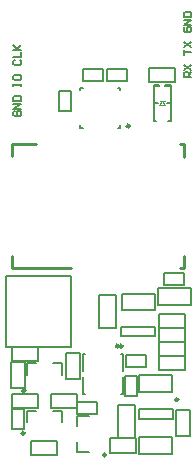
<source format=gto>
G04*
G04 #@! TF.GenerationSoftware,Altium Limited,Altium Designer,21.0.8 (223)*
G04*
G04 Layer_Color=65535*
%FSLAX24Y24*%
%MOIN*%
G70*
G04*
G04 #@! TF.SameCoordinates,0C60853F-5807-4D95-8285-97C70BD38C20*
G04*
G04*
G04 #@! TF.FilePolarity,Positive*
G04*
G01*
G75*
%ADD10C,0.0098*%
%ADD11C,0.0079*%
%ADD12C,0.0059*%
%ADD13C,0.0039*%
%ADD14C,0.0080*%
%ADD15C,0.0100*%
%ADD16C,0.0050*%
D10*
X-2510Y4882D02*
G03*
X-2510Y4882I-49J0D01*
G01*
X187Y2736D02*
G03*
X187Y2736I-49J0D01*
G01*
X974Y13701D02*
G03*
X974Y13701I-49J0D01*
G01*
X-2530Y3465D02*
G03*
X-2530Y3465I-49J0D01*
G01*
X610Y6368D02*
G03*
X610Y6368I-49J0D01*
G01*
X2598Y4577D02*
G03*
X2598Y4577I-49J0D01*
G01*
X738Y6358D02*
G03*
X738Y6358I-49J0D01*
G01*
D11*
X-1594Y5787D02*
X-1280D01*
Y5394D02*
Y5787D01*
X-2461D02*
X-2146D01*
X-2461Y5394D02*
Y5787D01*
X-768Y3701D02*
Y4016D01*
X-374D01*
X-768Y2835D02*
Y3150D01*
Y2835D02*
X-374D01*
X669Y13642D02*
Y13720D01*
X591Y13642D02*
X669D01*
X-669D02*
X-591D01*
X-669D02*
Y13720D01*
Y14902D02*
Y14980D01*
X-591D01*
X669Y14902D02*
Y14980D01*
X591D02*
X669D01*
X-2953Y4291D02*
X-2087D01*
X-2953D02*
Y4764D01*
X-2087D01*
Y4291D02*
Y4764D01*
X-2953Y5866D02*
Y6339D01*
Y5866D02*
X-2087D01*
Y6339D01*
X-2953D02*
X-2087D01*
X-2992Y4980D02*
X-2520D01*
Y5846D01*
X-2992D02*
X-2520D01*
X-2992Y4980D02*
Y5846D01*
X1634Y15157D02*
Y15630D01*
Y15157D02*
X2500D01*
Y15630D01*
X1634D02*
X2500D01*
X-1654Y4291D02*
Y4764D01*
Y4291D02*
X-787D01*
Y4764D01*
X-1654D02*
X-787D01*
X-1594Y4213D02*
X-1280Y4213D01*
X-1280Y3819D01*
X-2461Y4213D02*
X-2146Y4213D01*
X-2461Y4213D02*
X-2461Y3819D01*
X-1437Y2717D02*
Y3189D01*
X-2303D02*
X-1437D01*
X-2303Y2717D02*
Y3189D01*
Y2717D02*
X-1437D01*
X2519Y3356D02*
X2992D01*
Y4222D01*
X2519D02*
X2992D01*
X2519Y3356D02*
Y4222D01*
X591Y4409D02*
X1142D01*
Y3307D02*
Y4409D01*
X591Y3307D02*
X1142D01*
X591D02*
Y4409D01*
X-1142Y6122D02*
X-669D01*
X-1142Y5256D02*
Y6122D01*
Y5256D02*
X-669D01*
Y6122D01*
X689Y6693D02*
Y7008D01*
X1831Y6693D02*
Y7008D01*
X689Y6693D02*
X1831D01*
X689Y7008D02*
X1831D01*
X709Y7559D02*
Y8110D01*
X1811D01*
Y7559D02*
Y8110D01*
X709Y7559D02*
X1811D01*
X846Y5669D02*
X1516D01*
X846D02*
Y6063D01*
X1516D01*
Y5669D02*
Y6063D01*
X2421Y3937D02*
Y4252D01*
X1280Y3937D02*
Y4252D01*
X2421D01*
X1280Y3937D02*
X2421D01*
X-591Y5522D02*
Y6102D01*
X-522D01*
X-591Y4764D02*
Y5344D01*
Y4764D02*
X-522D01*
X679D02*
X748D01*
Y5344D01*
Y5522D02*
Y6102D01*
X679D02*
X748D01*
X-768Y4094D02*
X-98D01*
X-768D02*
Y4488D01*
X-98D01*
Y4094D02*
Y4488D01*
X-2559Y3602D02*
Y4272D01*
X-2953Y3602D02*
X-2559D01*
X-2953D02*
Y4272D01*
X-2559D01*
X1299Y4843D02*
Y5394D01*
X2402D01*
Y4843D02*
Y5394D01*
X1299Y4843D02*
X2402D01*
X1299Y2776D02*
Y3327D01*
X2402D01*
Y2776D02*
Y3327D01*
X1299Y2776D02*
X2402D01*
X1969Y5551D02*
Y6024D01*
Y5551D02*
X2835D01*
Y6024D01*
X1969D02*
X2835D01*
X1969Y6969D02*
Y7441D01*
Y6969D02*
X2835D01*
Y7441D01*
X1969D02*
X2835D01*
X827Y4705D02*
Y5374D01*
X1220D01*
Y4705D02*
Y5374D01*
X827Y4705D02*
X1220D01*
X-1378Y14213D02*
Y14882D01*
X-984D01*
Y14213D02*
Y14882D01*
X-1378Y14213D02*
X-984D01*
X217Y15197D02*
X886D01*
X217D02*
Y15591D01*
X886D01*
Y15197D02*
Y15591D01*
X-571D02*
X98D01*
Y15197D02*
Y15591D01*
X-571Y15197D02*
X98D01*
X-571D02*
Y15591D01*
X2126Y8799D02*
X2795D01*
Y8406D02*
Y8799D01*
X2126Y8406D02*
X2795D01*
X2126D02*
Y8799D01*
X1909Y7736D02*
Y8287D01*
X3012D01*
Y7736D02*
Y8287D01*
X1909Y7736D02*
X3012D01*
X1201Y2815D02*
Y3287D01*
X335D02*
X1201D01*
X335Y2815D02*
Y3287D01*
Y2815D02*
X1201D01*
X2835Y6024D02*
Y6496D01*
X1969D02*
X2835D01*
X1969Y6024D02*
Y6496D01*
Y6024D02*
X2835D01*
Y6496D02*
Y6969D01*
X1969D02*
X2835D01*
X1969Y6496D02*
Y6969D01*
Y6496D02*
X2835D01*
X-39Y8071D02*
X512D01*
Y6969D02*
Y8071D01*
X-39Y6969D02*
X512D01*
X-39D02*
Y8071D01*
D12*
X1967Y15019D02*
Y15069D01*
X1791D02*
X1967D01*
X1791Y15019D02*
Y15069D01*
X2167Y15019D02*
Y15069D01*
X2343D01*
Y15019D02*
Y15069D01*
X1791Y13868D02*
X1867D01*
X1791D02*
Y15059D01*
Y15019D02*
X1967D01*
X2167D02*
X2343D01*
Y13868D02*
Y15059D01*
X2267Y13868D02*
X2343D01*
X2205Y14468D02*
X2343D01*
X1791D02*
X1929D01*
D13*
X1969Y14400D02*
X2067Y14537D01*
X1969Y14400D02*
X2067D01*
X1978Y14537D02*
X2067D01*
X2156D01*
X2067Y14400D02*
X2165D01*
X2067Y14537D02*
X2165Y14400D01*
D14*
X-3150Y6437D02*
Y8701D01*
X-984D01*
Y6339D02*
Y8701D01*
X-3150Y6339D02*
X-984D01*
X-3150D02*
Y6437D01*
D15*
X2776Y12677D02*
Y13091D01*
X-2933Y12697D02*
Y13091D01*
X-2146D01*
X2638D02*
X2776D01*
X2638Y8957D02*
X2776D01*
Y9370D01*
X-2933Y8957D02*
X-965D01*
X-2933D02*
Y9350D01*
D16*
X-2857Y14193D02*
X-2898Y14151D01*
Y14068D01*
X-2857Y14026D01*
X-2690D01*
X-2648Y14068D01*
Y14151D01*
X-2690Y14193D01*
X-2773D01*
Y14110D01*
X-2648Y14276D02*
X-2898D01*
X-2648Y14443D01*
X-2898D01*
Y14526D02*
X-2648D01*
Y14651D01*
X-2690Y14693D01*
X-2857D01*
X-2898Y14651D01*
Y14526D01*
Y15026D02*
Y15109D01*
Y15068D01*
X-2648D01*
Y15026D01*
Y15109D01*
X-2898Y15359D02*
Y15276D01*
X-2857Y15234D01*
X-2690D01*
X-2648Y15276D01*
Y15359D01*
X-2690Y15401D01*
X-2857D01*
X-2898Y15359D01*
X-2857Y15901D02*
X-2898Y15859D01*
Y15776D01*
X-2857Y15734D01*
X-2690D01*
X-2648Y15776D01*
Y15859D01*
X-2690Y15901D01*
X-2898Y15984D02*
X-2648D01*
Y16151D01*
X-2898Y16234D02*
X-2648D01*
X-2732D01*
X-2898Y16401D01*
X-2773Y16276D01*
X-2648Y16401D01*
X3021Y15326D02*
X2771D01*
Y15451D01*
X2813Y15492D01*
X2896D01*
X2938Y15451D01*
Y15326D01*
Y15409D02*
X3021Y15492D01*
X2771Y15576D02*
X3021Y15742D01*
X2771D02*
X3021Y15576D01*
X2771Y16075D02*
Y16242D01*
Y16159D01*
X3021D01*
X2771Y16325D02*
X3021Y16492D01*
X2771D02*
X3021Y16325D01*
X2813Y16992D02*
X2771Y16950D01*
Y16867D01*
X2813Y16825D01*
X2979D01*
X3021Y16867D01*
Y16950D01*
X2979Y16992D01*
X2896D01*
Y16908D01*
X3021Y17075D02*
X2771D01*
X3021Y17242D01*
X2771D01*
Y17325D02*
X3021D01*
Y17450D01*
X2979Y17492D01*
X2813D01*
X2771Y17450D01*
Y17325D01*
M02*

</source>
